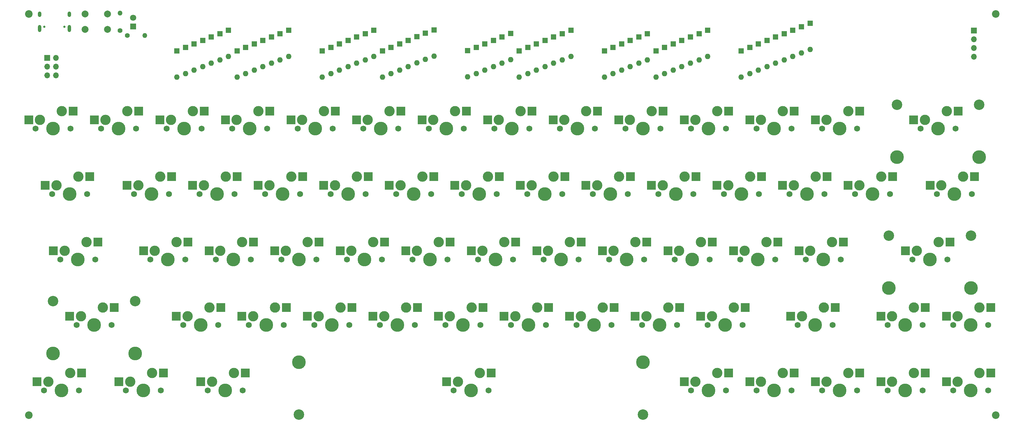
<source format=gbs>
%TF.GenerationSoftware,KiCad,Pcbnew,(6.0.0)*%
%TF.CreationDate,2022-01-10T13:14:16-08:00*%
%TF.ProjectId,HandwireCustom,48616e64-7769-4726-9543-7573746f6d2e,rev?*%
%TF.SameCoordinates,Original*%
%TF.FileFunction,Soldermask,Bot*%
%TF.FilePolarity,Negative*%
%FSLAX46Y46*%
G04 Gerber Fmt 4.6, Leading zero omitted, Abs format (unit mm)*
G04 Created by KiCad (PCBNEW (6.0.0)) date 2022-01-10 13:14:16*
%MOMM*%
%LPD*%
G01*
G04 APERTURE LIST*
%ADD10C,3.000000*%
%ADD11C,1.750000*%
%ADD12C,3.987800*%
%ADD13R,2.550000X2.500000*%
%ADD14R,1.600000X1.600000*%
%ADD15O,1.600000X1.600000*%
%ADD16C,3.048000*%
%ADD17R,1.800000X1.800000*%
%ADD18C,1.800000*%
%ADD19C,1.400000*%
%ADD20O,1.400000X1.400000*%
%ADD21C,0.650000*%
%ADD22O,1.000000X1.600000*%
%ADD23O,1.000000X2.100000*%
%ADD24R,1.700000X1.700000*%
%ADD25O,1.700000X1.700000*%
%ADD26C,2.200000*%
%ADD27C,2.000000*%
G04 APERTURE END LIST*
D10*
%TO.C,K36*%
X218440000Y-171926250D03*
X212090000Y-174466250D03*
D11*
X210820000Y-177006250D03*
X220980000Y-177006250D03*
D12*
X215900000Y-177006250D03*
D13*
X208815000Y-174466250D03*
X221742000Y-171926250D03*
%TD*%
D14*
%TO.C,D50*%
X263000000Y-93190000D03*
D15*
X263000000Y-100810000D03*
%TD*%
D11*
%TO.C,K13*%
X340042500Y-119856250D03*
D16*
X323024500Y-112871250D03*
D11*
X329882500Y-119856250D03*
D10*
X331152500Y-117316250D03*
X337502500Y-114776250D03*
D12*
X334962500Y-119856250D03*
X346900500Y-128111250D03*
X323024500Y-128111250D03*
D16*
X346900500Y-112871250D03*
D13*
X327877500Y-117316250D03*
X340804500Y-114776250D03*
%TD*%
D11*
%TO.C,K2*%
X120967500Y-119856250D03*
D12*
X115887500Y-119856250D03*
D10*
X112077500Y-117316250D03*
D11*
X110807500Y-119856250D03*
D10*
X118427500Y-114776250D03*
D13*
X108802500Y-117316250D03*
X121729500Y-114776250D03*
%TD*%
D14*
%TO.C,D28*%
X285240000Y-94190000D03*
D15*
X285240000Y-101810000D03*
%TD*%
D14*
%TO.C,D52*%
X141240000Y-93180000D03*
D15*
X141240000Y-100800000D03*
%TD*%
D14*
%TO.C,D41*%
X287740000Y-93190000D03*
D15*
X287740000Y-100810000D03*
%TD*%
D14*
%TO.C,D27*%
X250500000Y-92190000D03*
D15*
X250500000Y-99810000D03*
%TD*%
D14*
%TO.C,D59*%
X146240000Y-91190000D03*
D15*
X146240000Y-98810000D03*
%TD*%
D14*
%TO.C,D63*%
X297770000Y-89190000D03*
D15*
X297770000Y-96810000D03*
%TD*%
D14*
%TO.C,D47*%
X138740000Y-94180000D03*
D15*
X138740000Y-101800000D03*
%TD*%
D14*
%TO.C,D55*%
X265500000Y-92190000D03*
D15*
X265500000Y-99810000D03*
%TD*%
D14*
%TO.C,D54*%
X225730000Y-92190000D03*
D15*
X225730000Y-99810000D03*
%TD*%
D14*
%TO.C,D36*%
X255500000Y-96190000D03*
D15*
X255500000Y-103810000D03*
%TD*%
D12*
%TO.C,K16*%
X201612500Y-138906250D03*
D10*
X204152500Y-133826250D03*
D11*
X196532500Y-138906250D03*
X206692500Y-138906250D03*
D10*
X197802500Y-136366250D03*
D13*
X194527500Y-136366250D03*
X207454500Y-133826250D03*
%TD*%
D11*
%TO.C,K113*%
X334645000Y-138906250D03*
D10*
X335915000Y-136366250D03*
D12*
X339725000Y-138906250D03*
D11*
X344805000Y-138906250D03*
D10*
X342265000Y-133826250D03*
D13*
X332640000Y-136366250D03*
X345567000Y-133826250D03*
%TD*%
D14*
%TO.C,D14*%
X243000000Y-95190000D03*
D15*
X243000000Y-102810000D03*
%TD*%
D11*
%TO.C,K211*%
X296545000Y-157956250D03*
D12*
X301625000Y-157956250D03*
D10*
X297815000Y-155416250D03*
X304165000Y-152876250D03*
D11*
X306705000Y-157956250D03*
D13*
X294540000Y-155416250D03*
X307467000Y-152876250D03*
%TD*%
D14*
%TO.C,D53*%
X183490000Y-93090000D03*
D15*
X183490000Y-100710000D03*
%TD*%
D14*
%TO.C,D58*%
X185990000Y-92090000D03*
D15*
X185990000Y-99710000D03*
%TD*%
D14*
%TO.C,D20*%
X123740000Y-93180000D03*
D15*
X123740000Y-100800000D03*
%TD*%
D14*
%TO.C,D21*%
X165990000Y-93190000D03*
D15*
X165990000Y-100810000D03*
%TD*%
D11*
%TO.C,K9*%
X244157500Y-119856250D03*
X254317500Y-119856250D03*
D10*
X245427500Y-117316250D03*
D12*
X249237500Y-119856250D03*
D10*
X251777500Y-114776250D03*
D13*
X242152500Y-117316250D03*
X255079500Y-114776250D03*
%TD*%
D10*
%TO.C,KK10*%
X85090000Y-133826250D03*
D11*
X87630000Y-138906250D03*
D10*
X78740000Y-136366250D03*
D11*
X77470000Y-138906250D03*
D12*
X82550000Y-138906250D03*
D13*
X75465000Y-136366250D03*
X88392000Y-133826250D03*
%TD*%
D17*
%TO.C,D64*%
X101050000Y-90125000D03*
D18*
X101050000Y-87585000D03*
%TD*%
D14*
%TO.C,D43*%
X178490000Y-95190000D03*
D15*
X178490000Y-102810000D03*
%TD*%
D10*
%TO.C,K25*%
X189865000Y-152876250D03*
D11*
X192405000Y-157956250D03*
X182245000Y-157956250D03*
D10*
X183515000Y-155416250D03*
D12*
X187325000Y-157956250D03*
D13*
X180240000Y-155416250D03*
X193167000Y-152876250D03*
%TD*%
D10*
%TO.C,K14*%
X159702500Y-136366250D03*
D11*
X168592500Y-138906250D03*
D12*
X163512500Y-138906250D03*
D11*
X158432500Y-138906250D03*
D10*
X166052500Y-133826250D03*
D13*
X156427500Y-136366250D03*
X169354500Y-133826250D03*
%TD*%
D11*
%TO.C,K38*%
X248920000Y-177006250D03*
X259080000Y-177006250D03*
D10*
X250190000Y-174466250D03*
D12*
X254000000Y-177006250D03*
D10*
X256540000Y-171926250D03*
D13*
X246915000Y-174466250D03*
X259842000Y-171926250D03*
%TD*%
D14*
%TO.C,D15*%
X282740000Y-95190000D03*
D15*
X282740000Y-102810000D03*
%TD*%
D14*
%TO.C,D16*%
X121240000Y-94180000D03*
D15*
X121240000Y-101800000D03*
%TD*%
D11*
%TO.C,K39*%
X267970000Y-177006250D03*
D12*
X273050000Y-177006250D03*
D11*
X278130000Y-177006250D03*
D10*
X275590000Y-171926250D03*
X269240000Y-174466250D03*
D13*
X265965000Y-174466250D03*
X278892000Y-171926250D03*
%TD*%
D12*
%TO.C,K0*%
X77787500Y-119856250D03*
D10*
X73977500Y-117316250D03*
D11*
X82867500Y-119856250D03*
D10*
X80327500Y-114776250D03*
D11*
X72707500Y-119856250D03*
D13*
X70702500Y-117316250D03*
X83629500Y-114776250D03*
%TD*%
D14*
%TO.C,D1*%
X113740000Y-97190000D03*
D15*
X113740000Y-104810000D03*
%TD*%
D19*
%TO.C,R5*%
X99360000Y-92740000D03*
D20*
X104440000Y-92740000D03*
%TD*%
D14*
%TO.C,D61*%
X228270000Y-91210000D03*
D15*
X228270000Y-98830000D03*
%TD*%
D11*
%TO.C,K45*%
X204311250Y-196056250D03*
D16*
X149231350Y-203041250D03*
D12*
X199231250Y-196056250D03*
X149231350Y-187801250D03*
D10*
X201771250Y-190976250D03*
D16*
X249231150Y-203041250D03*
D10*
X195421250Y-193516250D03*
D11*
X194151250Y-196056250D03*
D12*
X249231150Y-187801250D03*
D13*
X192146250Y-193516250D03*
X205073250Y-190976250D03*
%TD*%
D14*
%TO.C,D5*%
X277740000Y-97190000D03*
D15*
X277740000Y-104810000D03*
%TD*%
D10*
%TO.C,K33*%
X161290000Y-171926250D03*
D11*
X163830000Y-177006250D03*
X153670000Y-177006250D03*
D10*
X154940000Y-174466250D03*
D12*
X158750000Y-177006250D03*
D13*
X151665000Y-174466250D03*
X164592000Y-171926250D03*
%TD*%
D11*
%TO.C,K23*%
X154305000Y-157956250D03*
D12*
X149225000Y-157956250D03*
D10*
X151765000Y-152876250D03*
D11*
X144145000Y-157956250D03*
D10*
X145415000Y-155416250D03*
D13*
X142140000Y-155416250D03*
X155067000Y-152876250D03*
%TD*%
D14*
%TO.C,D57*%
X143740000Y-92190000D03*
D15*
X143740000Y-99810000D03*
%TD*%
D14*
%TO.C,D35*%
X215730000Y-96190000D03*
D15*
X215730000Y-103810000D03*
%TD*%
D10*
%TO.C,K412*%
X321627500Y-193516250D03*
X327977500Y-190976250D03*
D11*
X320357500Y-196056250D03*
X330517500Y-196056250D03*
D12*
X325437500Y-196056250D03*
D13*
X318352500Y-193516250D03*
X331279500Y-190976250D03*
%TD*%
D11*
%TO.C,K3*%
X129857500Y-119856250D03*
X140017500Y-119856250D03*
D12*
X134937500Y-119856250D03*
D10*
X137477500Y-114776250D03*
X131127500Y-117316250D03*
D13*
X127852500Y-117316250D03*
X140779500Y-114776250D03*
%TD*%
D11*
%TO.C,K29*%
X268605000Y-157956250D03*
D10*
X266065000Y-152876250D03*
D12*
X263525000Y-157956250D03*
D11*
X258445000Y-157956250D03*
D10*
X259715000Y-155416250D03*
D13*
X256440000Y-155416250D03*
X269367000Y-152876250D03*
%TD*%
D14*
%TO.C,D25*%
X168490000Y-92190000D03*
D15*
X168490000Y-99810000D03*
%TD*%
D14*
%TO.C,D24*%
X126240000Y-92190000D03*
D15*
X126240000Y-99810000D03*
%TD*%
D14*
%TO.C,D13*%
X203230000Y-95180000D03*
D15*
X203230000Y-102800000D03*
%TD*%
D21*
%TO.C,USB1*%
X75250000Y-90173750D03*
X81030000Y-90173750D03*
D22*
X82460000Y-86523750D03*
X73820000Y-86523750D03*
D23*
X82460000Y-90703750D03*
X73820000Y-90703750D03*
%TD*%
D24*
%TO.C,J2*%
X345420000Y-91320000D03*
D25*
X345420000Y-93860000D03*
X345420000Y-96400000D03*
X345420000Y-98940000D03*
%TD*%
D14*
%TO.C,D2*%
X155980000Y-97190000D03*
D15*
X155980000Y-104810000D03*
%TD*%
D12*
%TO.C,K5*%
X173037500Y-119856250D03*
D11*
X178117500Y-119856250D03*
D10*
X175577500Y-114776250D03*
D11*
X167957500Y-119856250D03*
D10*
X169227500Y-117316250D03*
D13*
X165952500Y-117316250D03*
X178879500Y-114776250D03*
%TD*%
D12*
%TO.C,K41*%
X103981250Y-196056250D03*
D10*
X100171250Y-193516250D03*
X106521250Y-190976250D03*
D11*
X98901250Y-196056250D03*
X109061250Y-196056250D03*
D13*
X96896250Y-193516250D03*
X109823250Y-190976250D03*
%TD*%
D14*
%TO.C,D38*%
X175990000Y-96190000D03*
D15*
X175990000Y-103810000D03*
%TD*%
D14*
%TO.C,D39*%
X218230000Y-95190000D03*
D15*
X218230000Y-102810000D03*
%TD*%
D14*
%TO.C,D46*%
X290240000Y-92190000D03*
D15*
X290240000Y-99810000D03*
%TD*%
D12*
%TO.C,K31*%
X120650000Y-177006250D03*
D10*
X123190000Y-171926250D03*
X116840000Y-174466250D03*
D11*
X115570000Y-177006250D03*
X125730000Y-177006250D03*
D13*
X113565000Y-174466250D03*
X126492000Y-171926250D03*
%TD*%
D14*
%TO.C,D7*%
X158490000Y-96190000D03*
D15*
X158490000Y-103810000D03*
%TD*%
D26*
%TO.C,H3*%
X70750000Y-203250000D03*
%TD*%
D24*
%TO.C,J1*%
X76040000Y-99280000D03*
D25*
X78580000Y-99280000D03*
X76040000Y-101820000D03*
X78580000Y-101820000D03*
X76040000Y-104360000D03*
X78580000Y-104360000D03*
%TD*%
D14*
%TO.C,D10*%
X280240000Y-96190000D03*
D15*
X280240000Y-103810000D03*
%TD*%
D14*
%TO.C,D3*%
X198220000Y-97170000D03*
D15*
X198220000Y-104790000D03*
%TD*%
D14*
%TO.C,D18*%
X205730000Y-94180000D03*
D15*
X205730000Y-101800000D03*
%TD*%
D14*
%TO.C,D29*%
X128740000Y-91190000D03*
D15*
X128740000Y-98810000D03*
%TD*%
D14*
%TO.C,D4*%
X238000000Y-97190000D03*
D15*
X238000000Y-104810000D03*
%TD*%
D11*
%TO.C,K22*%
X125095000Y-157956250D03*
D10*
X132715000Y-152876250D03*
X126365000Y-155416250D03*
D12*
X130175000Y-157956250D03*
D11*
X135255000Y-157956250D03*
D13*
X123090000Y-155416250D03*
X136017000Y-152876250D03*
%TD*%
D14*
%TO.C,D12*%
X160990000Y-95190000D03*
D15*
X160990000Y-102810000D03*
%TD*%
D10*
%TO.C,K15*%
X178752500Y-136366250D03*
D12*
X182562500Y-138906250D03*
D10*
X185102500Y-133826250D03*
D11*
X187642500Y-138906250D03*
X177482500Y-138906250D03*
D13*
X175477500Y-136366250D03*
X188404500Y-133826250D03*
%TD*%
D14*
%TO.C,D9*%
X240500000Y-96200000D03*
D15*
X240500000Y-103820000D03*
%TD*%
D14*
%TO.C,D40*%
X258000000Y-95190000D03*
D15*
X258000000Y-102810000D03*
%TD*%
D14*
%TO.C,D42*%
X136240000Y-95190000D03*
D15*
X136240000Y-102810000D03*
%TD*%
D12*
%TO.C,K24*%
X168275000Y-157956250D03*
D10*
X170815000Y-152876250D03*
D11*
X163195000Y-157956250D03*
D10*
X164465000Y-155416250D03*
D11*
X173355000Y-157956250D03*
D13*
X161190000Y-155416250D03*
X174117000Y-152876250D03*
%TD*%
D11*
%TO.C,K11*%
X292417500Y-119856250D03*
D12*
X287337500Y-119856250D03*
D11*
X282257500Y-119856250D03*
D10*
X289877500Y-114776250D03*
X283527500Y-117316250D03*
D13*
X280252500Y-117316250D03*
X293179500Y-114776250D03*
%TD*%
D14*
%TO.C,D23*%
X248000000Y-93190000D03*
D15*
X248000000Y-100810000D03*
%TD*%
D12*
%TO.C,K310*%
X299243750Y-177006250D03*
D11*
X304323750Y-177006250D03*
D10*
X301783750Y-171926250D03*
X295433750Y-174466250D03*
D11*
X294163750Y-177006250D03*
D13*
X292158750Y-174466250D03*
X305085750Y-171926250D03*
%TD*%
D11*
%TO.C,K6*%
X187007500Y-119856250D03*
D10*
X194627500Y-114776250D03*
D11*
X197167500Y-119856250D03*
D10*
X188277500Y-117316250D03*
D12*
X192087500Y-119856250D03*
D13*
X185002500Y-117316250D03*
X197929500Y-114776250D03*
%TD*%
D12*
%TO.C,K20*%
X84931250Y-157956250D03*
D11*
X79851250Y-157956250D03*
D10*
X81121250Y-155416250D03*
X87471250Y-152876250D03*
D11*
X90011250Y-157956250D03*
D13*
X77846250Y-155416250D03*
X90773250Y-152876250D03*
%TD*%
D10*
%TO.C,K8*%
X232727500Y-114776250D03*
X226377500Y-117316250D03*
D12*
X230187500Y-119856250D03*
D11*
X225107500Y-119856250D03*
X235267500Y-119856250D03*
D13*
X223102500Y-117316250D03*
X236029500Y-114776250D03*
%TD*%
D12*
%TO.C,K27*%
X225425000Y-157956250D03*
D10*
X221615000Y-155416250D03*
D11*
X220345000Y-157956250D03*
D10*
X227965000Y-152876250D03*
D11*
X230505000Y-157956250D03*
D13*
X218340000Y-155416250D03*
X231267000Y-152876250D03*
%TD*%
D14*
%TO.C,D8*%
X200730000Y-96190000D03*
D15*
X200730000Y-103810000D03*
%TD*%
D14*
%TO.C,D60*%
X188490000Y-91090000D03*
D15*
X188490000Y-98710000D03*
%TD*%
D14*
%TO.C,D33*%
X131240000Y-97190000D03*
D15*
X131240000Y-104810000D03*
%TD*%
D14*
%TO.C,D6*%
X116240000Y-96190000D03*
D15*
X116240000Y-103810000D03*
%TD*%
D27*
%TO.C,SW1*%
X87100000Y-86460000D03*
X93600000Y-86460000D03*
X87100000Y-90960000D03*
X93600000Y-90960000D03*
%TD*%
D11*
%TO.C,K37*%
X229870000Y-177006250D03*
D10*
X231140000Y-174466250D03*
D11*
X240030000Y-177006250D03*
D12*
X234950000Y-177006250D03*
D10*
X237490000Y-171926250D03*
D13*
X227865000Y-174466250D03*
X240792000Y-171926250D03*
%TD*%
D12*
%TO.C,K111*%
X296862500Y-138906250D03*
D10*
X299402500Y-133826250D03*
D11*
X301942500Y-138906250D03*
D10*
X293052500Y-136366250D03*
D11*
X291782500Y-138906250D03*
D13*
X289777500Y-136366250D03*
X302704500Y-133826250D03*
%TD*%
D14*
%TO.C,D22*%
X208230000Y-93180000D03*
D15*
X208230000Y-100800000D03*
%TD*%
D11*
%TO.C,K17*%
X225742500Y-138906250D03*
D12*
X220662500Y-138906250D03*
D10*
X223202500Y-133826250D03*
X216852500Y-136366250D03*
D11*
X215582500Y-138906250D03*
D13*
X213577500Y-136366250D03*
X226504500Y-133826250D03*
%TD*%
D14*
%TO.C,D11*%
X118740000Y-95190000D03*
D15*
X118740000Y-102810000D03*
%TD*%
D10*
%TO.C,K313*%
X340677500Y-174466250D03*
D12*
X344487500Y-177006250D03*
D10*
X347027500Y-171926250D03*
D11*
X349567500Y-177006250D03*
X339407500Y-177006250D03*
D13*
X337402500Y-174466250D03*
X350329500Y-171926250D03*
%TD*%
D11*
%TO.C,KK11*%
X101282500Y-138906250D03*
D12*
X106362500Y-138906250D03*
D10*
X102552500Y-136366250D03*
X108902500Y-133826250D03*
D11*
X111442500Y-138906250D03*
D13*
X99277500Y-136366250D03*
X112204500Y-133826250D03*
%TD*%
D12*
%TO.C,K413*%
X344487500Y-196056250D03*
D11*
X339407500Y-196056250D03*
X349567500Y-196056250D03*
D10*
X347027500Y-190976250D03*
X340677500Y-193516250D03*
D13*
X337402500Y-193516250D03*
X350329500Y-190976250D03*
%TD*%
D10*
%TO.C,K7*%
X207327500Y-117316250D03*
D11*
X206057500Y-119856250D03*
D12*
X211137500Y-119856250D03*
D10*
X213677500Y-114776250D03*
D11*
X216217500Y-119856250D03*
D13*
X204052500Y-117316250D03*
X216979500Y-114776250D03*
%TD*%
D14*
%TO.C,D48*%
X180990000Y-94200000D03*
D15*
X180990000Y-101820000D03*
%TD*%
D12*
%TO.C,K213*%
X320643250Y-166211250D03*
D10*
X335121250Y-152876250D03*
D16*
X344519250Y-150971250D03*
D10*
X328771250Y-155416250D03*
D12*
X332581250Y-157956250D03*
X344519250Y-166211250D03*
D11*
X337661250Y-157956250D03*
D16*
X320643250Y-150971250D03*
D11*
X327501250Y-157956250D03*
D13*
X325496250Y-155416250D03*
X338423250Y-152876250D03*
%TD*%
D11*
%TO.C,K112*%
X310832500Y-138906250D03*
D10*
X312102500Y-136366250D03*
D12*
X315912500Y-138906250D03*
D10*
X318452500Y-133826250D03*
D11*
X320992500Y-138906250D03*
D13*
X308827500Y-136366250D03*
X321754500Y-133826250D03*
%TD*%
D11*
%TO.C,K30*%
X84613750Y-177006250D03*
D12*
X77755750Y-185261250D03*
X89693750Y-177006250D03*
D10*
X85883750Y-174466250D03*
D12*
X101631750Y-185261250D03*
D16*
X101631750Y-170021250D03*
D10*
X92233750Y-171926250D03*
D11*
X94773750Y-177006250D03*
D16*
X77755750Y-170021250D03*
D13*
X82608750Y-174466250D03*
X95535750Y-171926250D03*
%TD*%
D10*
%TO.C,K210*%
X285115000Y-152876250D03*
D12*
X282575000Y-157956250D03*
D10*
X278765000Y-155416250D03*
D11*
X287655000Y-157956250D03*
X277495000Y-157956250D03*
D13*
X275490000Y-155416250D03*
X288417000Y-152876250D03*
%TD*%
D14*
%TO.C,D26*%
X210730000Y-92180000D03*
D15*
X210730000Y-99800000D03*
%TD*%
D14*
%TO.C,D30*%
X170990000Y-91190000D03*
D15*
X170990000Y-98810000D03*
%TD*%
D11*
%TO.C,K34*%
X172720000Y-177006250D03*
D10*
X173990000Y-174466250D03*
D11*
X182880000Y-177006250D03*
D10*
X180340000Y-171926250D03*
D12*
X177800000Y-177006250D03*
D13*
X170715000Y-174466250D03*
X183642000Y-171926250D03*
%TD*%
D14*
%TO.C,D62*%
X268000000Y-91180000D03*
D15*
X268000000Y-98800000D03*
%TD*%
D11*
%TO.C,K1*%
X91757500Y-119856250D03*
D10*
X99377500Y-114776250D03*
D11*
X101917500Y-119856250D03*
D12*
X96837500Y-119856250D03*
D10*
X93027500Y-117316250D03*
D13*
X89752500Y-117316250D03*
X102679500Y-114776250D03*
%TD*%
D26*
%TO.C,H2*%
X351750000Y-203250000D03*
%TD*%
D14*
%TO.C,D32*%
X253000000Y-97190000D03*
D15*
X253000000Y-104810000D03*
%TD*%
D14*
%TO.C,D56*%
X295250000Y-90190000D03*
D15*
X295250000Y-97810000D03*
%TD*%
D11*
%TO.C,K4*%
X159067500Y-119856250D03*
D10*
X156527500Y-114776250D03*
D11*
X148907500Y-119856250D03*
D10*
X150177500Y-117316250D03*
D12*
X153987500Y-119856250D03*
D13*
X146902500Y-117316250D03*
X159829500Y-114776250D03*
%TD*%
D14*
%TO.C,D31*%
X213230000Y-97190000D03*
D15*
X213230000Y-104810000D03*
%TD*%
D10*
%TO.C,K32*%
X142240000Y-171926250D03*
D11*
X144780000Y-177006250D03*
D10*
X135890000Y-174466250D03*
D12*
X139700000Y-177006250D03*
D11*
X134620000Y-177006250D03*
D13*
X132615000Y-174466250D03*
X145542000Y-171926250D03*
%TD*%
D14*
%TO.C,D19*%
X245500000Y-94190000D03*
D15*
X245500000Y-101810000D03*
%TD*%
D14*
%TO.C,D49*%
X223230000Y-93190000D03*
D15*
X223230000Y-100810000D03*
%TD*%
D11*
%TO.C,K410*%
X311467500Y-196056250D03*
X301307500Y-196056250D03*
D12*
X306387500Y-196056250D03*
D10*
X308927500Y-190976250D03*
X302577500Y-193516250D03*
D13*
X299302500Y-193516250D03*
X312229500Y-190976250D03*
%TD*%
D11*
%TO.C,K28*%
X239395000Y-157956250D03*
X249555000Y-157956250D03*
D10*
X240665000Y-155416250D03*
X247015000Y-152876250D03*
D12*
X244475000Y-157956250D03*
D13*
X237390000Y-155416250D03*
X250317000Y-152876250D03*
%TD*%
D12*
%TO.C,K21*%
X111125000Y-157956250D03*
D10*
X113665000Y-152876250D03*
D11*
X106045000Y-157956250D03*
X116205000Y-157956250D03*
D10*
X107315000Y-155416250D03*
D13*
X104040000Y-155416250D03*
X116967000Y-152876250D03*
%TD*%
D14*
%TO.C,D34*%
X173490000Y-97190000D03*
D15*
X173490000Y-104810000D03*
%TD*%
D10*
%TO.C,K18*%
X235902500Y-136366250D03*
D11*
X234632500Y-138906250D03*
D10*
X242252500Y-133826250D03*
D12*
X239712500Y-138906250D03*
D11*
X244792500Y-138906250D03*
D13*
X232627500Y-136366250D03*
X245554500Y-133826250D03*
%TD*%
D12*
%TO.C,K49*%
X287337500Y-196056250D03*
D10*
X283527500Y-193516250D03*
D11*
X282257500Y-196056250D03*
X292417500Y-196056250D03*
D10*
X289877500Y-190976250D03*
D13*
X280252500Y-193516250D03*
X293179500Y-190976250D03*
%TD*%
D26*
%TO.C,H4*%
X70750000Y-86500000D03*
%TD*%
D14*
%TO.C,D17*%
X163490000Y-94190000D03*
D15*
X163490000Y-101810000D03*
%TD*%
D10*
%TO.C,KK12*%
X127952500Y-133826250D03*
D12*
X125412500Y-138906250D03*
D10*
X121602500Y-136366250D03*
D11*
X120332500Y-138906250D03*
X130492500Y-138906250D03*
D13*
X118327500Y-136366250D03*
X131254500Y-133826250D03*
%TD*%
D11*
%TO.C,K42*%
X122713750Y-196056250D03*
D10*
X123983750Y-193516250D03*
D12*
X127793750Y-196056250D03*
D11*
X132873750Y-196056250D03*
D10*
X130333750Y-190976250D03*
D13*
X120708750Y-193516250D03*
X133635750Y-190976250D03*
%TD*%
D19*
%TO.C,R7*%
X97240000Y-91320000D03*
D20*
X97240000Y-86240000D03*
%TD*%
D11*
%TO.C,K19*%
X263842500Y-138906250D03*
X253682500Y-138906250D03*
D12*
X258762500Y-138906250D03*
D10*
X254952500Y-136366250D03*
X261302500Y-133826250D03*
D13*
X251677500Y-136366250D03*
X264604500Y-133826250D03*
%TD*%
D10*
%TO.C,K48*%
X264477500Y-193516250D03*
D11*
X263207500Y-196056250D03*
D12*
X268287500Y-196056250D03*
D10*
X270827500Y-190976250D03*
D11*
X273367500Y-196056250D03*
D13*
X261202500Y-193516250D03*
X274129500Y-190976250D03*
%TD*%
D10*
%TO.C,K35*%
X199390000Y-171926250D03*
D12*
X196850000Y-177006250D03*
D10*
X193040000Y-174466250D03*
D11*
X191770000Y-177006250D03*
X201930000Y-177006250D03*
D13*
X189765000Y-174466250D03*
X202692000Y-171926250D03*
%TD*%
D12*
%TO.C,K26*%
X206375000Y-157956250D03*
D11*
X201295000Y-157956250D03*
D10*
X208915000Y-152876250D03*
D11*
X211455000Y-157956250D03*
D10*
X202565000Y-155416250D03*
D13*
X199290000Y-155416250D03*
X212217000Y-152876250D03*
%TD*%
D12*
%TO.C,K40*%
X80168750Y-196056250D03*
D11*
X75088750Y-196056250D03*
X85248750Y-196056250D03*
D10*
X76358750Y-193516250D03*
X82708750Y-190976250D03*
D13*
X73083750Y-193516250D03*
X86010750Y-190976250D03*
%TD*%
D14*
%TO.C,D44*%
X220730000Y-94200000D03*
D15*
X220730000Y-101820000D03*
%TD*%
D11*
%TO.C,K312*%
X320357500Y-177006250D03*
D10*
X321627500Y-174466250D03*
D12*
X325437500Y-177006250D03*
D10*
X327977500Y-171926250D03*
D11*
X330517500Y-177006250D03*
D13*
X318352500Y-174466250D03*
X331279500Y-171926250D03*
%TD*%
D12*
%TO.C,K12*%
X306387500Y-119856250D03*
D11*
X311467500Y-119856250D03*
D10*
X302577500Y-117316250D03*
D11*
X301307500Y-119856250D03*
D10*
X308927500Y-114776250D03*
D13*
X299302500Y-117316250D03*
X312229500Y-114776250D03*
%TD*%
D14*
%TO.C,D37*%
X133740000Y-96190000D03*
D15*
X133740000Y-103810000D03*
%TD*%
D14*
%TO.C,D45*%
X260500000Y-94190000D03*
D15*
X260500000Y-101810000D03*
%TD*%
D14*
%TO.C,D51*%
X292740000Y-91190000D03*
D15*
X292740000Y-98810000D03*
%TD*%
D26*
%TO.C,H1*%
X351750000Y-86500000D03*
%TD*%
D12*
%TO.C,K10*%
X268287500Y-119856250D03*
D10*
X264477500Y-117316250D03*
X270827500Y-114776250D03*
D11*
X263207500Y-119856250D03*
X273367500Y-119856250D03*
D13*
X261202500Y-117316250D03*
X274129500Y-114776250D03*
%TD*%
D12*
%TO.C,KK13*%
X144462500Y-138906250D03*
D11*
X149542500Y-138906250D03*
D10*
X147002500Y-133826250D03*
D11*
X139382500Y-138906250D03*
D10*
X140652500Y-136366250D03*
D13*
X137377500Y-136366250D03*
X150304500Y-133826250D03*
%TD*%
D10*
%TO.C,K110*%
X274002500Y-136366250D03*
D11*
X282892500Y-138906250D03*
D10*
X280352500Y-133826250D03*
D12*
X277812500Y-138906250D03*
D11*
X272732500Y-138906250D03*
D13*
X270727500Y-136366250D03*
X283654500Y-133826250D03*
%TD*%
M02*

</source>
